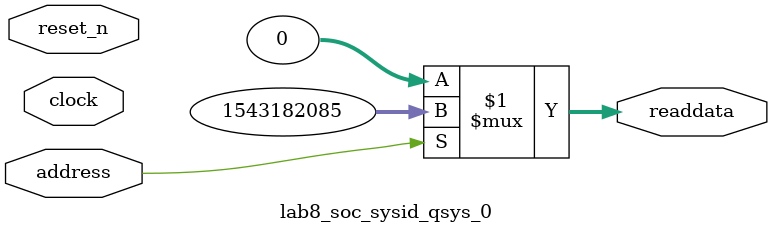
<source format=v>



// synthesis translate_off
`timescale 1ns / 1ps
// synthesis translate_on

// turn off superfluous verilog processor warnings 
// altera message_level Level1 
// altera message_off 10034 10035 10036 10037 10230 10240 10030 

module lab8_soc_sysid_qsys_0 (
               // inputs:
                address,
                clock,
                reset_n,

               // outputs:
                readdata
             )
;

  output  [ 31: 0] readdata;
  input            address;
  input            clock;
  input            reset_n;

  wire    [ 31: 0] readdata;
  //control_slave, which is an e_avalon_slave
  assign readdata = address ? 1543182085 : 0;

endmodule



</source>
